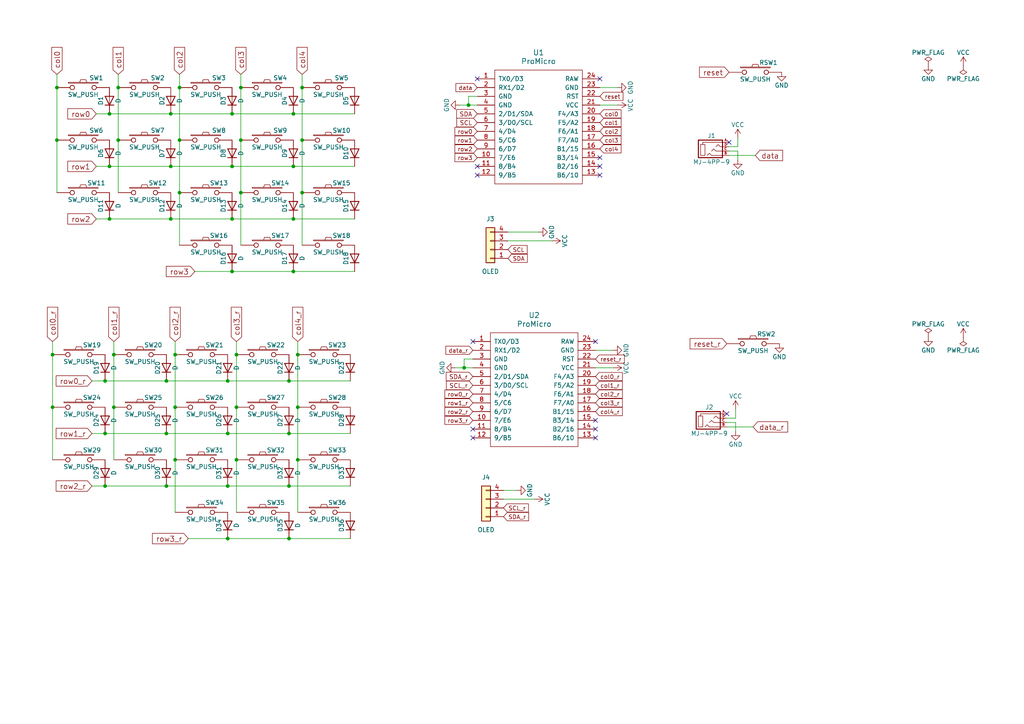
<source format=kicad_sch>
(kicad_sch (version 20230121) (generator eeschema)
  (paper "A4")
  (title_block (title "span") (date "2023-08-12") (rev "9a4fee6") (company "idank"))
  (lib_symbols
    (symbol "Connector_Generic:Conn_01x04" (pin_names (offset 1.016) hide)
      (property "Reference" "J" (at 0 5.08 0))
      (property "Value" "Conn_01x04" (at 0 -7.62 0))
      (symbol "Conn_01x04_1_1"
        (rectangle (start -1.27 -4.953) (end 0 -5.207) (stroke (width 0.1524)))
        (rectangle (start -1.27 -2.413) (end 0 -2.667) (stroke (width 0.1524)))
        (rectangle (start -1.27 0.127) (end 0 -0.127) (stroke (width 0.1524)))
        (rectangle (start -1.27 2.667) (end 0 2.413) (stroke (width 0.1524)))
        (rectangle (start -1.27 3.81) (end 1.27 -6.35) (stroke (width 0.254)) (fill (type background)))
        (pin passive line (at -5.08 2.54 0) (length 3.81) (name "Pin_1") (number "1"))
        (pin passive line (at -5.08 0 0) (length 3.81) (name "Pin_2") (number "2"))
        (pin passive line (at -5.08 -2.54 0) (length 3.81) (name "Pin_3") (number "3"))
        (pin passive line (at -5.08 -5.08 0) (length 3.81) (name "Pin_4") (number "4"))
      )
    )
    (symbol "Device:D" (pin_numbers hide) (pin_names (offset 1.016) hide)
      (property "Reference" "D" (at 0 2.54 0))
      (property "Value" "D" (at 0 -2.54 0))
      (symbol "D_0_1"
        (polyline (pts (xy -1.27 1.27) (xy -1.27 -1.27)) (stroke (width 0.254)))
        (polyline (pts (xy 1.27 0) (xy -1.27 0)))
        (polyline (pts (xy 1.27 1.27) (xy 1.27 -1.27) (xy -1.27 0) (xy 1.27 1.27)) (stroke (width 0.254)))
      )
      (symbol "D_1_1"
        (pin passive line (at -3.81 0 0) (length 2.54) (name "K") (number "1"))
        (pin passive line (at 3.81 0 180) (length 2.54) (name "A") (number "2"))
      )
    )
    (symbol "kbd:MJ-4PP-9" (pin_names (offset 1.016))
      (property "Reference" "J" (at 0 3.81 0))
      (property "Value" "MJ-4PP-9" (at 0 -3.81 0))
      (symbol "MJ-4PP-9_0_1"
        (rectangle (start -1.905 -1.905) (end -3.175 1.27))
        (polyline (pts (xy -2.54 1.27) (xy -2.54 1.905) (xy 3.175 1.905)))
        (polyline (pts (xy -1.27 -1.905) (xy -0.635 -1.27) (xy 0 -1.905) (xy 3.175 -1.905)))
        (polyline (pts (xy 0 -0.635) (xy 0.635 0) (xy 1.27 -0.635) (xy 3.175 -0.635)))
        (polyline (pts (xy 1.27 0.635) (xy 1.905 1.27) (xy 2.54 0.635) (xy 3.175 0.635)))
        (rectangle (start 3.175 2.54) (end -3.81 -2.54) (stroke (width 0.3048)))
      )
      (symbol "MJ-4PP-9_1_1"
        (pin input line (at 5.08 1.905 180) (length 2.0066) (name "~") (number "A"))
        (pin input line (at 5.08 -1.905 180) (length 2.0066) (name "~") (number "B"))
        (pin input line (at 5.08 -0.635 180) (length 2.0066) (name "~") (number "C"))
        (pin input line (at 5.08 0.635 180) (length 2.0066) (name "~") (number "D"))
      )
    )
    (symbol "kbd:ProMicro" (pin_names (offset 1.016))
      (property "Reference" "U" (at 0 19.05 0))
      (property "Value" "ProMicro" (at 0 -19.05 0))
      (symbol "ProMicro_0_1"
        (rectangle (start -12.7 16.51) (end 12.7 -16.51))
      )
      (symbol "ProMicro_1_1"
        (pin bidirectional line (at -17.78 13.97 0) (length 5.08) (name "TX0/D3") (number "1"))
        (pin bidirectional line (at -17.78 -8.89 0) (length 5.08) (name "7/E6") (number "10"))
        (pin bidirectional line (at -17.78 -11.43 0) (length 5.08) (name "8/B4") (number "11"))
        (pin bidirectional line (at -17.78 -13.97 0) (length 5.08) (name "9/B5") (number "12"))
        (pin bidirectional line (at 17.78 -13.97 180) (length 5.08) (name "B6/10") (number "13"))
        (pin bidirectional line (at 17.78 -11.43 180) (length 5.08) (name "B2/16") (number "14"))
        (pin bidirectional line (at 17.78 -8.89 180) (length 5.08) (name "B3/14") (number "15"))
        (pin bidirectional line (at 17.78 -6.35 180) (length 5.08) (name "B1/15") (number "16"))
        (pin bidirectional line (at 17.78 -3.81 180) (length 5.08) (name "F7/A0") (number "17"))
        (pin bidirectional line (at 17.78 -1.27 180) (length 5.08) (name "F6/A1") (number "18"))
        (pin bidirectional line (at 17.78 1.27 180) (length 5.08) (name "F5/A2") (number "19"))
        (pin bidirectional line (at -17.78 11.43 0) (length 5.08) (name "RX1/D2") (number "2"))
        (pin bidirectional line (at 17.78 3.81 180) (length 5.08) (name "F4/A3") (number "20"))
        (pin power_in line (at 17.78 6.35 180) (length 5.08) (name "VCC") (number "21"))
        (pin input line (at 17.78 8.89 180) (length 5.08) (name "RST") (number "22"))
        (pin power_in line (at 17.78 11.43 180) (length 5.08) (name "GND") (number "23"))
        (pin power_out line (at 17.78 13.97 180) (length 5.08) (name "RAW") (number "24"))
        (pin power_in line (at -17.78 8.89 0) (length 5.08) (name "GND") (number "3"))
        (pin power_in line (at -17.78 6.35 0) (length 5.08) (name "GND") (number "4"))
        (pin bidirectional line (at -17.78 3.81 0) (length 5.08) (name "2/D1/SDA") (number "5"))
        (pin bidirectional line (at -17.78 1.27 0) (length 5.08) (name "3/D0/SCL") (number "6"))
        (pin bidirectional line (at -17.78 -1.27 0) (length 5.08) (name "4/D4") (number "7"))
        (pin bidirectional line (at -17.78 -3.81 0) (length 5.08) (name "5/C6") (number "8"))
        (pin bidirectional line (at -17.78 -6.35 0) (length 5.08) (name "6/D7") (number "9"))
      )
    )
    (symbol "kbd:SW_PUSH" (pin_numbers hide) (pin_names (offset 1.016) hide)
      (property "Reference" "SW" (at 3.81 2.794 0))
      (property "Value" "SW_PUSH" (at 0 -2.032 0))
      (symbol "SW_PUSH_0_1"
        (rectangle (start -4.318 1.27) (end 4.318 1.524))
        (polyline (pts (xy -1.016 1.524) (xy -0.762 2.286) (xy 0.762 2.286) (xy 1.016 1.524)))
        (pin passive inverted (at -7.62 0 0) (length 5.08) (name "1") (number "1"))
        (pin passive inverted (at 7.62 0 180) (length 5.08) (name "2") (number "2"))
      )
    )
    (symbol "power:GND" (power) (pin_names (offset 0))
      (property "Value" "GND" (at 0 -3.81 0))
      (symbol "GND_0_1"
        (polyline (pts (xy 0 0) (xy 0 -1.27) (xy 1.27 -1.27) (xy 0 -2.54) (xy -1.27 -1.27) (xy 0 -1.27)))
      )
      (symbol "GND_1_1"
        (pin power_in line (at 0 0 270) (length 0) hide (name "GND") (number "1"))
      )
    )
    (symbol "power:PWR_FLAG" (power) (pin_numbers hide) (pin_names (offset 0) hide)
      (property "Value" "PWR_FLAG" (at 0 3.81 0))
      (symbol "PWR_FLAG_0_0"
        (pin power_out line (at 0 0 90) (length 0) (name "pwr") (number "1"))
      )
      (symbol "PWR_FLAG_0_1"
        (polyline (pts (xy 0 0) (xy 0 1.27) (xy -1.016 1.905) (xy 0 2.54) (xy 1.016 1.905) (xy 0 1.27)))
      )
    )
    (symbol "power:VCC" (power) (pin_names (offset 0))
      (property "Value" "VCC" (at 0 3.81 0))
      (symbol "VCC_0_1"
        (polyline (pts (xy -0.762 1.27) (xy 0 2.54)))
        (polyline (pts (xy 0 0) (xy 0 2.54)))
        (polyline (pts (xy 0 2.54) (xy 0.762 1.27)))
      )
      (symbol "VCC_1_1"
        (pin power_in line (at 0 0 90) (length 0) hide (name "VCC") (number "1"))
      )
    )
  )
  (junction (at 86.36 102.87))
  (junction (at 67.31 78.74))
  (junction (at 49.53 33.02))
  (junction (at 49.53 63.5))
  (junction (at 85.09 78.74))
  (junction (at 15.24 102.87))
  (junction (at 34.29 40.64))
  (junction (at 16.51 40.64))
  (junction (at 16.51 25.4))
  (junction (at 69.85 55.88))
  (junction (at 48.26 125.73))
  (junction (at 15.24 118.11))
  (junction (at 83.82 125.73))
  (junction (at 31.75 48.26))
  (junction (at 50.8 102.87))
  (junction (at 86.36 133.35))
  (junction (at 30.48 140.97))
  (junction (at 50.8 133.35))
  (junction (at 86.36 118.11))
  (junction (at 34.29 25.4))
  (junction (at 48.26 140.97))
  (junction (at 30.48 125.73))
  (junction (at 83.82 156.21))
  (junction (at 52.07 40.64))
  (junction (at 83.82 110.49))
  (junction (at 85.09 33.02))
  (junction (at 87.63 25.4))
  (junction (at 66.04 156.21))
  (junction (at 85.09 63.5))
  (junction (at 33.02 118.11))
  (junction (at 69.85 25.4))
  (junction (at 68.58 133.35))
  (junction (at 67.31 63.5))
  (junction (at 83.82 140.97))
  (junction (at 85.09 48.26))
  (junction (at 67.31 48.26))
  (junction (at 31.75 33.02))
  (junction (at 134.62 106.68))
  (junction (at 69.85 40.64))
  (junction (at 66.04 125.73))
  (junction (at 68.58 118.11))
  (junction (at 52.07 55.88))
  (junction (at 66.04 140.97))
  (junction (at 68.58 102.87))
  (junction (at 30.48 110.49))
  (junction (at 52.07 25.4))
  (junction (at 50.8 118.11))
  (junction (at 48.26 110.49))
  (junction (at 87.63 55.88))
  (junction (at 66.04 110.49))
  (junction (at 31.75 63.5))
  (junction (at 67.31 33.02))
  (junction (at 135.89 30.48))
  (junction (at 87.63 40.64))
  (junction (at 49.53 48.26))
  (junction (at 33.02 102.87))
  (no_connect (at 172.72 121.92))
  (no_connect (at 137.16 127))
  (no_connect (at 137.16 99.06))
  (no_connect (at 173.99 45.72))
  (no_connect (at 172.72 127))
  (no_connect (at 138.43 22.86))
  (no_connect (at 211.455 41.275))
  (no_connect (at 138.43 50.8))
  (no_connect (at 172.72 99.06))
  (no_connect (at 172.72 124.46))
  (no_connect (at 173.99 48.26))
  (no_connect (at 210.82 120.015))
  (no_connect (at 137.16 124.46))
  (no_connect (at 173.99 50.8))
  (no_connect (at 138.43 48.26))
  (no_connect (at 173.99 22.86))
  (wire (pts (xy 86.36 133.35) (xy 86.36 148.59)))
  (wire (pts (xy 146.05 144.78) (xy 154.94 144.78)))
  (wire (pts (xy 50.8 133.35) (xy 50.8 148.59)))
  (wire (pts (xy 87.63 40.64) (xy 87.63 55.88)))
  (wire (pts (xy 16.51 21.59) (xy 16.51 25.4)))
  (wire (pts (xy 83.82 125.73) (xy 101.6 125.73)))
  (wire (pts (xy 27.94 63.5) (xy 31.75 63.5)))
  (wire (pts (xy 173.99 30.48) (xy 179.07 30.48)))
  (wire (pts (xy 66.04 156.21) (xy 83.82 156.21)))
  (wire (pts (xy 68.58 99.06) (xy 68.58 102.87)))
  (wire (pts (xy 67.31 33.02) (xy 85.09 33.02)))
  (wire (pts (xy 69.85 25.4) (xy 69.85 40.64)))
  (wire (pts (xy 85.09 63.5) (xy 102.87 63.5)))
  (wire (pts (xy 133.35 30.48) (xy 135.89 30.48)))
  (wire (pts (xy 48.26 140.97) (xy 66.04 140.97)))
  (wire (pts (xy 135.89 27.94) (xy 135.89 30.48)))
  (wire (pts (xy 34.29 25.4) (xy 34.29 40.64)))
  (wire (pts (xy 213.36 121.285) (xy 213.36 118.745)))
  (wire (pts (xy 172.72 106.68) (xy 177.8 106.68)))
  (wire (pts (xy 213.36 122.555) (xy 213.36 125.095)))
  (wire (pts (xy 67.31 48.26) (xy 85.09 48.26)))
  (wire (pts (xy 69.85 55.88) (xy 69.85 71.12)))
  (wire (pts (xy 49.53 63.5) (xy 67.31 63.5)))
  (wire (pts (xy 87.63 21.59) (xy 87.63 25.4)))
  (wire (pts (xy 132.08 106.68) (xy 134.62 106.68)))
  (wire (pts (xy 52.07 21.59) (xy 52.07 25.4)))
  (wire (pts (xy 156.21 67.31) (xy 147.32 67.31)))
  (wire (pts (xy 86.36 118.11) (xy 86.36 133.35)))
  (wire (pts (xy 56.515 78.74) (xy 67.31 78.74)))
  (wire (pts (xy 86.36 102.87) (xy 86.36 118.11)))
  (wire (pts (xy 30.48 125.73) (xy 48.26 125.73)))
  (wire (pts (xy 26.67 140.97) (xy 30.48 140.97)))
  (wire (pts (xy 135.89 30.48) (xy 138.43 30.48)))
  (wire (pts (xy 134.62 106.68) (xy 137.16 106.68)))
  (wire (pts (xy 31.75 33.02) (xy 49.53 33.02)))
  (wire (pts (xy 16.51 40.64) (xy 16.51 55.88)))
  (wire (pts (xy 85.09 33.02) (xy 102.87 33.02)))
  (wire (pts (xy 149.86 142.24) (xy 146.05 142.24)))
  (wire (pts (xy 210.82 121.285) (xy 213.36 121.285)))
  (wire (pts (xy 31.75 63.5) (xy 49.53 63.5)))
  (wire (pts (xy 48.26 110.49) (xy 66.04 110.49)))
  (wire (pts (xy 66.04 110.49) (xy 83.82 110.49)))
  (wire (pts (xy 27.94 33.02) (xy 31.75 33.02)))
  (wire (pts (xy 66.04 125.73) (xy 83.82 125.73)))
  (wire (pts (xy 68.58 118.11) (xy 68.58 133.35)))
  (wire (pts (xy 213.995 43.815) (xy 213.995 46.355)))
  (wire (pts (xy 138.43 27.94) (xy 135.89 27.94)))
  (wire (pts (xy 83.82 110.49) (xy 101.6 110.49)))
  (wire (pts (xy 26.67 125.73) (xy 30.48 125.73)))
  (wire (pts (xy 210.82 122.555) (xy 213.36 122.555)))
  (wire (pts (xy 50.8 118.11) (xy 50.8 133.35)))
  (wire (pts (xy 66.04 140.97) (xy 83.82 140.97)))
  (wire (pts (xy 211.455 45.085) (xy 219.075 45.085)))
  (wire (pts (xy 27.94 48.26) (xy 31.75 48.26)))
  (wire (pts (xy 147.32 69.85) (xy 160.02 69.85)))
  (wire (pts (xy 52.07 55.88) (xy 52.07 71.12)))
  (wire (pts (xy 50.8 99.06) (xy 50.8 102.87)))
  (wire (pts (xy 15.24 118.11) (xy 15.24 133.35)))
  (wire (pts (xy 172.72 101.6) (xy 177.8 101.6)))
  (wire (pts (xy 68.58 102.87) (xy 68.58 118.11)))
  (wire (pts (xy 34.29 21.59) (xy 34.29 25.4)))
  (wire (pts (xy 34.29 40.64) (xy 34.29 55.88)))
  (wire (pts (xy 48.26 125.73) (xy 66.04 125.73)))
  (wire (pts (xy 54.61 156.21) (xy 66.04 156.21)))
  (wire (pts (xy 213.995 42.545) (xy 213.995 40.005)))
  (wire (pts (xy 33.02 99.06) (xy 33.02 102.87)))
  (wire (pts (xy 87.63 55.88) (xy 87.63 71.12)))
  (wire (pts (xy 16.51 25.4) (xy 16.51 40.64)))
  (wire (pts (xy 15.24 102.87) (xy 15.24 118.11)))
  (wire (pts (xy 15.24 99.06) (xy 15.24 102.87)))
  (wire (pts (xy 85.09 48.26) (xy 102.87 48.26)))
  (wire (pts (xy 83.82 140.97) (xy 101.6 140.97)))
  (wire (pts (xy 211.455 43.815) (xy 213.995 43.815)))
  (wire (pts (xy 33.02 118.11) (xy 33.02 133.35)))
  (wire (pts (xy 67.31 78.74) (xy 85.09 78.74)))
  (wire (pts (xy 33.02 102.87) (xy 33.02 118.11)))
  (wire (pts (xy 30.48 140.97) (xy 48.26 140.97)))
  (wire (pts (xy 50.8 102.87) (xy 50.8 118.11)))
  (wire (pts (xy 52.07 25.4) (xy 52.07 40.64)))
  (wire (pts (xy 83.82 156.21) (xy 101.6 156.21)))
  (wire (pts (xy 67.31 63.5) (xy 85.09 63.5)))
  (wire (pts (xy 85.09 78.74) (xy 102.87 78.74)))
  (wire (pts (xy 68.58 133.35) (xy 68.58 148.59)))
  (wire (pts (xy 87.63 25.4) (xy 87.63 40.64)))
  (wire (pts (xy 26.67 110.49) (xy 30.48 110.49)))
  (wire (pts (xy 69.85 40.64) (xy 69.85 55.88)))
  (wire (pts (xy 49.53 33.02) (xy 67.31 33.02)))
  (wire (pts (xy 49.53 48.26) (xy 67.31 48.26)))
  (wire (pts (xy 86.36 99.06) (xy 86.36 102.87)))
  (wire (pts (xy 137.16 104.14) (xy 134.62 104.14)))
  (wire (pts (xy 52.07 40.64) (xy 52.07 55.88)))
  (wire (pts (xy 69.85 21.59) (xy 69.85 25.4)))
  (wire (pts (xy 211.455 42.545) (xy 213.995 42.545)))
  (wire (pts (xy 210.82 123.825) (xy 218.44 123.825)))
  (wire (pts (xy 173.99 25.4) (xy 179.07 25.4)))
  (wire (pts (xy 30.48 110.49) (xy 48.26 110.49)))
  (wire (pts (xy 134.62 104.14) (xy 134.62 106.68)))
  (wire (pts (xy 31.75 48.26) (xy 49.53 48.26)))
  (global_label "row2" (shape input) (at 27.94 63.5 180) (effects (font (size 1.524 1.524))) (property "Intersheetrefs" "${INTERSHEET_REFS}" (effects hide)))
  (global_label "row2" (shape input) (at 138.43 43.18 180) (effects (font (size 1.1938 1.1938))) (property "Intersheetrefs" "${INTERSHEET_REFS}" (effects hide)))
  (global_label "col4" (shape input) (at 173.99 43.18 0) (effects (font (size 1.1938 1.1938))) (property "Intersheetrefs" "${INTERSHEET_REFS}" (effects hide)))
  (global_label "row2_r" (shape input) (at 137.16 119.38 180) (effects (font (size 1.1938 1.1938))) (property "Intersheetrefs" "${INTERSHEET_REFS}" (effects hide)))
  (global_label "SDA" (shape input) (at 138.43 33.02 180) (property "Intersheetrefs" "${INTERSHEET_REFS}" (effects hide)))
  (global_label "row2_r" (shape input) (at 26.67 140.97 180) (effects (font (size 1.524 1.524))) (property "Intersheetrefs" "${INTERSHEET_REFS}" (effects hide)))
  (global_label "row1_r" (shape input) (at 137.16 116.84 180) (effects (font (size 1.1938 1.1938))) (property "Intersheetrefs" "${INTERSHEET_REFS}" (effects hide)))
  (global_label "SCL_r" (shape input) (at 146.05 147.32 0) (effects (font (size 1.1938 1.1938))) (property "Intersheetrefs" "${INTERSHEET_REFS}" (effects hide)))
  (global_label "row3_r" (shape input) (at 137.16 121.92 180) (effects (font (size 1.1938 1.1938))) (property "Intersheetrefs" "${INTERSHEET_REFS}" (effects hide)))
  (global_label "data_r" (shape input) (at 137.16 101.6 180) (effects (font (size 1.1938 1.1938))) (property "Intersheetrefs" "${INTERSHEET_REFS}" (effects hide)))
  (global_label "SCL" (shape input) (at 138.43 35.56 180) (property "Intersheetrefs" "${INTERSHEET_REFS}" (effects hide)))
  (global_label "col4_r" (shape input) (at 172.72 119.38 0) (effects (font (size 1.1938 1.1938))) (property "Intersheetrefs" "${INTERSHEET_REFS}" (effects hide)))
  (global_label "SCL" (shape input) (at 147.32 72.39 0) (effects (font (size 1.1938 1.1938))) (property "Intersheetrefs" "${INTERSHEET_REFS}" (effects hide)))
  (global_label "col1" (shape input) (at 34.29 21.59 90) (effects (font (size 1.524 1.524))) (property "Intersheetrefs" "${INTERSHEET_REFS}" (effects hide)))
  (global_label "SDA_r" (shape input) (at 146.05 149.86 0) (effects (font (size 1.1938 1.1938))) (property "Intersheetrefs" "${INTERSHEET_REFS}" (effects hide)))
  (global_label "data_r" (shape input) (at 218.44 123.825 0) (effects (font (size 1.524 1.524))) (property "Intersheetrefs" "${INTERSHEET_REFS}" (effects hide)))
  (global_label "data" (shape input) (at 219.075 45.085 0) (effects (font (size 1.524 1.524))) (property "Intersheetrefs" "${INTERSHEET_REFS}" (effects hide)))
  (global_label "col3" (shape input) (at 173.99 40.64 0) (effects (font (size 1.1938 1.1938))) (property "Intersheetrefs" "${INTERSHEET_REFS}" (effects hide)))
  (global_label "reset_r" (shape input) (at 172.72 104.14 0) (effects (font (size 1.1938 1.1938))) (property "Intersheetrefs" "${INTERSHEET_REFS}" (effects hide)))
  (global_label "reset_r" (shape input) (at 210.82 99.695 180) (effects (font (size 1.524 1.524))) (property "Intersheetrefs" "${INTERSHEET_REFS}" (effects hide)))
  (global_label "col0_r" (shape input) (at 15.24 99.06 90) (effects (font (size 1.524 1.524))) (property "Intersheetrefs" "${INTERSHEET_REFS}" (effects hide)))
  (global_label "SDA" (shape input) (at 147.32 74.93 0) (effects (font (size 1.1938 1.1938))) (property "Intersheetrefs" "${INTERSHEET_REFS}" (effects hide)))
  (global_label "col0_r" (shape input) (at 172.72 109.22 0) (effects (font (size 1.1938 1.1938))) (property "Intersheetrefs" "${INTERSHEET_REFS}" (effects hide)))
  (global_label "row3" (shape input) (at 138.43 45.72 180) (effects (font (size 1.1938 1.1938))) (property "Intersheetrefs" "${INTERSHEET_REFS}" (effects hide)))
  (global_label "row3" (shape input) (at 56.515 78.74 180) (effects (font (size 1.524 1.524))) (property "Intersheetrefs" "${INTERSHEET_REFS}" (effects hide)))
  (global_label "col3_r" (shape input) (at 68.58 99.06 90) (effects (font (size 1.524 1.524))) (property "Intersheetrefs" "${INTERSHEET_REFS}" (effects hide)))
  (global_label "SCL_r" (shape input) (at 137.16 111.76 180) (property "Intersheetrefs" "${INTERSHEET_REFS}" (effects hide)))
  (global_label "col1_r" (shape input) (at 33.02 99.06 90) (effects (font (size 1.524 1.524))) (property "Intersheetrefs" "${INTERSHEET_REFS}" (effects hide)))
  (global_label "col4_r" (shape input) (at 86.36 99.06 90) (effects (font (size 1.524 1.524))) (property "Intersheetrefs" "${INTERSHEET_REFS}" (effects hide)))
  (global_label "col0" (shape input) (at 16.51 21.59 90) (effects (font (size 1.524 1.524))) (property "Intersheetrefs" "${INTERSHEET_REFS}" (effects hide)))
  (global_label "row1" (shape input) (at 27.94 48.26 180) (effects (font (size 1.524 1.524))) (property "Intersheetrefs" "${INTERSHEET_REFS}" (effects hide)))
  (global_label "reset" (shape input) (at 211.455 20.955 180) (effects (font (size 1.524 1.524))) (property "Intersheetrefs" "${INTERSHEET_REFS}" (effects hide)))
  (global_label "row1_r" (shape input) (at 26.67 125.73 180) (effects (font (size 1.524 1.524))) (property "Intersheetrefs" "${INTERSHEET_REFS}" (effects hide)))
  (global_label "col0" (shape input) (at 173.99 33.02 0) (effects (font (size 1.1938 1.1938))) (property "Intersheetrefs" "${INTERSHEET_REFS}" (effects hide)))
  (global_label "col2_r" (shape input) (at 50.8 99.06 90) (effects (font (size 1.524 1.524))) (property "Intersheetrefs" "${INTERSHEET_REFS}" (effects hide)))
  (global_label "col4" (shape input) (at 87.63 21.59 90) (effects (font (size 1.524 1.524))) (property "Intersheetrefs" "${INTERSHEET_REFS}" (effects hide)))
  (global_label "col2" (shape input) (at 173.99 38.1 0) (effects (font (size 1.1938 1.1938))) (property "Intersheetrefs" "${INTERSHEET_REFS}" (effects hide)))
  (global_label "col2_r" (shape input) (at 172.72 114.3 0) (effects (font (size 1.1938 1.1938))) (property "Intersheetrefs" "${INTERSHEET_REFS}" (effects hide)))
  (global_label "row0" (shape input) (at 138.43 38.1 180) (effects (font (size 1.1938 1.1938))) (property "Intersheetrefs" "${INTERSHEET_REFS}" (effects hide)))
  (global_label "row3_r" (shape input) (at 54.61 156.21 180) (effects (font (size 1.524 1.524))) (property "Intersheetrefs" "${INTERSHEET_REFS}" (effects hide)))
  (global_label "col1_r" (shape input) (at 172.72 111.76 0) (effects (font (size 1.1938 1.1938))) (property "Intersheetrefs" "${INTERSHEET_REFS}" (effects hide)))
  (global_label "reset" (shape input) (at 173.99 27.94 0) (effects (font (size 1.1938 1.1938))) (property "Intersheetrefs" "${INTERSHEET_REFS}" (effects hide)))
  (global_label "row0" (shape input) (at 27.94 33.02 180) (effects (font (size 1.524 1.524))) (property "Intersheetrefs" "${INTERSHEET_REFS}" (effects hide)))
  (global_label "data" (shape input) (at 138.43 25.4 180) (effects (font (size 1.1938 1.1938))) (property "Intersheetrefs" "${INTERSHEET_REFS}" (effects hide)))
  (global_label "row1" (shape input) (at 138.43 40.64 180) (effects (font (size 1.1938 1.1938))) (property "Intersheetrefs" "${INTERSHEET_REFS}" (effects hide)))
  (global_label "col1" (shape input) (at 173.99 35.56 0) (effects (font (size 1.1938 1.1938))) (property "Intersheetrefs" "${INTERSHEET_REFS}" (effects hide)))
  (global_label "col2" (shape input) (at 52.07 21.59 90) (effects (font (size 1.524 1.524))) (property "Intersheetrefs" "${INTERSHEET_REFS}" (effects hide)))
  (global_label "row0_r" (shape input) (at 137.16 114.3 180) (effects (font (size 1.1938 1.1938))) (property "Intersheetrefs" "${INTERSHEET_REFS}" (effects hide)))
  (global_label "SDA_r" (shape input) (at 137.16 109.22 180) (property "Intersheetrefs" "${INTERSHEET_REFS}" (effects hide)))
  (global_label "col3_r" (shape input) (at 172.72 116.84 0) (effects (font (size 1.1938 1.1938))) (property "Intersheetrefs" "${INTERSHEET_REFS}" (effects hide)))
  (global_label "col3" (shape input) (at 69.85 21.59 90) (effects (font (size 1.524 1.524))) (property "Intersheetrefs" "${INTERSHEET_REFS}" (effects hide)))
  (global_label "row0_r" (shape input) (at 26.67 110.49 180) (effects (font (size 1.524 1.524))) (property "Intersheetrefs" "${INTERSHEET_REFS}" (effects hide)))
  (symbol (lib_id "kbd:SW_PUSH") (at 41.91 25.4 0) (unit 1)
    (property "Reference" "SW2" (at 45.72 22.606 0))
    (property "Value" "SW_PUSH" (at 41.91 27.432 0))
    (property "Footprint" "keyswitches:Kailh_socket_PG1350_optional_oval_smaller_hotswap" (effects hide))
  )
  (symbol (lib_id "Device:D") (at 49.53 29.21 90) (unit 1)
    (property "Reference" "D2" (at 46.99 29.21 0))
    (property "Value" "D" (at 52.07 29.21 0))
    (property "Footprint" "kbd:D3_SMD_v2" (effects hide))
  )
  (symbol (lib_id "kbd:SW_PUSH") (at 59.69 25.4 0) (unit 1)
    (property "Reference" "SW3" (at 63.5 22.606 0))
    (property "Value" "SW_PUSH" (at 59.69 27.432 0))
    (property "Footprint" "keyswitches:Kailh_socket_PG1350_optional_oval_smaller_hotswap" (effects hide))
  )
  (symbol (lib_id "Device:D") (at 67.31 29.21 90) (unit 1)
    (property "Reference" "D3" (at 64.77 29.21 0))
    (property "Value" "D" (at 69.85 29.21 0))
    (property "Footprint" "kbd:D3_SMD_v2" (effects hide))
  )
  (symbol (lib_id "kbd:SW_PUSH") (at 77.47 25.4 0) (unit 1)
    (property "Reference" "SW4" (at 81.28 22.606 0))
    (property "Value" "SW_PUSH" (at 77.47 27.432 0))
    (property "Footprint" "keyswitches:Kailh_socket_PG1350_optional_oval_smaller_hotswap" (effects hide))
  )
  (symbol (lib_id "kbd:SW_PUSH") (at 95.25 25.4 0) (unit 1)
    (property "Reference" "SW5" (at 99.06 22.606 0))
    (property "Value" "SW_PUSH" (at 95.25 27.432 0))
    (property "Footprint" "keyswitches:Kailh_socket_PG1350_optional_oval_smaller_hotswap" (effects hide))
  )
  (symbol (lib_id "Device:D") (at 85.09 29.21 90) (unit 1)
    (property "Reference" "D4" (at 82.55 29.21 0))
    (property "Value" "D" (at 87.63 29.21 0))
    (property "Footprint" "kbd:D3_SMD_v2" (effects hide))
  )
  (symbol (lib_id "Device:D") (at 102.87 29.21 90) (unit 1)
    (property "Reference" "D5" (at 100.33 29.21 0))
    (property "Value" "D" (effects hide))
    (property "Footprint" "kbd:D3_SMD_v2" (effects hide))
  )
  (symbol (lib_id "kbd:SW_PUSH") (at 24.13 25.4 0) (unit 1)
    (property "Reference" "SW1" (at 27.94 22.606 0))
    (property "Value" "SW_PUSH" (at 24.13 27.432 0))
    (property "Footprint" "keyswitches:Kailh_socket_PG1350_optional_oval_smaller_hotswap" (effects hide))
  )
  (symbol (lib_id "Device:D") (at 31.75 29.21 90) (unit 1)
    (property "Reference" "D1" (at 29.21 29.21 0))
    (property "Value" "D" (at 34.29 29.21 0))
    (property "Footprint" "kbd:D3_SMD_v2" (effects hide))
  )
  (symbol (lib_id "kbd:SW_PUSH") (at 41.91 40.64 0) (unit 1)
    (property "Reference" "SW7" (at 45.72 37.846 0))
    (property "Value" "SW_PUSH" (at 41.91 42.672 0))
    (property "Footprint" "keyswitches:Kailh_socket_PG1350_optional_oval_smaller_hotswap" (effects hide))
  )
  (symbol (lib_id "Device:D") (at 49.53 44.45 90) (unit 1)
    (property "Reference" "D7" (at 46.99 44.45 0))
    (property "Value" "D" (at 52.07 44.45 0))
    (property "Footprint" "kbd:D3_SMD_v2" (effects hide))
  )
  (symbol (lib_id "kbd:SW_PUSH") (at 59.69 40.64 0) (unit 1)
    (property "Reference" "SW8" (at 63.5 37.846 0))
    (property "Value" "SW_PUSH" (at 59.69 42.672 0))
    (property "Footprint" "keyswitches:Kailh_socket_PG1350_optional_oval_smaller_hotswap" (effects hide))
  )
  (symbol (lib_id "Device:D") (at 67.31 44.45 90) (unit 1)
    (property "Reference" "D8" (at 64.77 44.45 0))
    (property "Value" "D" (at 69.85 44.45 0))
    (property "Footprint" "kbd:D3_SMD_v2" (effects hide))
  )
  (symbol (lib_id "kbd:SW_PUSH") (at 77.47 40.64 0) (unit 1)
    (property "Reference" "SW9" (at 81.28 37.846 0))
    (property "Value" "SW_PUSH" (at 77.47 42.672 0))
    (property "Footprint" "keyswitches:Kailh_socket_PG1350_optional_oval_smaller_hotswap" (effects hide))
  )
  (symbol (lib_id "kbd:SW_PUSH") (at 95.25 40.64 0) (unit 1)
    (property "Reference" "SW10" (at 99.06 37.846 0))
    (property "Value" "SW_PUSH" (at 95.25 42.672 0))
    (property "Footprint" "keyswitches:Kailh_socket_PG1350_optional_oval_smaller_hotswap" (effects hide))
  )
  (symbol (lib_id "Device:D") (at 85.09 44.45 90) (unit 1)
    (property "Reference" "D9" (at 82.55 44.45 0))
    (property "Value" "D" (at 87.63 44.45 0))
    (property "Footprint" "kbd:D3_SMD_v2" (effects hide))
  )
  (symbol (lib_id "Device:D") (at 102.87 44.45 90) (unit 1)
    (property "Reference" "D10" (at 100.33 44.45 0))
    (property "Value" "D" (effects hide))
    (property "Footprint" "kbd:D3_SMD_v2" (effects hide))
  )
  (symbol (lib_id "kbd:SW_PUSH") (at 24.13 40.64 0) (unit 1)
    (property "Reference" "SW6" (at 27.94 37.846 0))
    (property "Value" "SW_PUSH" (at 24.13 42.672 0))
    (property "Footprint" "keyswitches:Kailh_socket_PG1350_optional_oval_smaller_hotswap" (effects hide))
  )
  (symbol (lib_id "Device:D") (at 31.75 44.45 90) (unit 1)
    (property "Reference" "D6" (at 29.21 44.45 0))
    (property "Value" "D" (at 34.29 44.45 0))
    (property "Footprint" "kbd:D3_SMD_v2" (effects hide))
  )
  (symbol (lib_id "kbd:SW_PUSH") (at 41.91 55.88 0) (unit 1)
    (property "Reference" "SW12" (at 45.72 53.086 0))
    (property "Value" "SW_PUSH" (at 41.91 57.912 0))
    (property "Footprint" "keyswitches:Kailh_socket_PG1350_optional_oval_smaller_hotswap" (effects hide))
  )
  (symbol (lib_id "Device:D") (at 49.53 59.69 90) (unit 1)
    (property "Reference" "D12" (at 46.99 59.69 0))
    (property "Value" "D" (at 52.07 59.69 0))
    (property "Footprint" "kbd:D3_SMD_v2" (effects hide))
  )
  (symbol (lib_id "kbd:SW_PUSH") (at 59.69 55.88 0) (unit 1)
    (property "Reference" "SW13" (at 63.5 53.086 0))
    (property "Value" "SW_PUSH" (at 59.69 57.912 0))
    (property "Footprint" "keyswitches:Kailh_socket_PG1350_optional_oval_smaller_hotswap" (effects hide))
  )
  (symbol (lib_id "Device:D") (at 67.31 59.69 90) (unit 1)
    (property "Reference" "D13" (at 64.77 59.69 0))
    (property "Value" "D" (at 69.85 59.69 0))
    (property "Footprint" "kbd:D3_SMD_v2" (effects hide))
  )
  (symbol (lib_id "kbd:SW_PUSH") (at 77.47 55.88 0) (unit 1)
    (property "Reference" "SW14" (at 81.28 53.086 0))
    (property "Value" "SW_PUSH" (at 77.47 57.912 0))
    (property "Footprint" "keyswitches:Kailh_socket_PG1350_optional_oval_smaller_hotswap" (effects hide))
  )
  (symbol (lib_id "kbd:SW_PUSH") (at 95.25 55.88 0) (unit 1)
    (property "Reference" "SW15" (at 99.06 53.086 0))
    (property "Value" "SW_PUSH" (at 95.25 57.912 0))
    (property "Footprint" "keyswitches:Kailh_socket_PG1350_optional_oval_smaller_hotswap" (effects hide))
  )
  (symbol (lib_id "Device:D") (at 85.09 59.69 90) (unit 1)
    (property "Reference" "D14" (at 82.55 59.69 0))
    (property "Value" "D" (at 87.63 59.69 0))
    (property "Footprint" "kbd:D3_SMD_v2" (effects hide))
  )
  (symbol (lib_id "Device:D") (at 102.87 59.69 90) (unit 1)
    (property "Reference" "D15" (at 100.33 59.69 0))
    (property "Value" "D" (effects hide))
    (property "Footprint" "kbd:D3_SMD_v2" (effects hide))
  )
  (symbol (lib_id "kbd:SW_PUSH") (at 24.13 55.88 0) (unit 1)
    (property "Reference" "SW11" (at 27.94 53.086 0))
    (property "Value" "SW_PUSH" (at 24.13 57.912 0))
    (property "Footprint" "keyswitches:Kailh_socket_PG1350_optional_oval_smaller_hotswap" (effects hide))
  )
  (symbol (lib_id "Device:D") (at 31.75 59.69 90) (unit 1)
    (property "Reference" "D11" (at 29.21 59.69 0))
    (property "Value" "D" (at 34.29 59.69 0))
    (property "Footprint" "kbd:D3_SMD_v2" (effects hide))
  )
  (symbol (lib_id "kbd:SW_PUSH") (at 95.25 71.12 0) (unit 1)
    (property "Reference" "SW18" (at 99.06 68.326 0))
    (property "Value" "SW_PUSH" (at 95.25 73.152 0))
    (property "Footprint" "keyswitches:Kailh_socket_PG1350_2u_optional_oval" (effects hide))
  )
  (symbol (lib_id "Device:D") (at 102.87 74.93 90) (unit 1)
    (property "Reference" "D18" (at 100.33 74.93 0))
    (property "Value" "D" (effects hide))
    (property "Footprint" "kbd:D3_SMD_v2" (effects hide))
  )
  (symbol (lib_id "kbd:SW_PUSH") (at 77.47 71.12 0) (unit 1)
    (property "Reference" "SW17" (at 81.28 68.326 0))
    (property "Value" "SW_PUSH" (at 77.47 73.152 0))
    (property "Footprint" "keyswitches:Kailh_socket_PG1350_optional_oval_smaller_hotswap" (effects hide))
  )
  (symbol (lib_id "Device:D") (at 85.09 74.93 90) (unit 1)
    (property "Reference" "D17" (at 82.55 74.93 0))
    (property "Value" "D" (at 87.63 74.93 0))
    (property "Footprint" "kbd:D3_SMD_v2" (effects hide))
  )
  (symbol (lib_id "power:GND") (at 179.07 25.4 90) (unit 1)
    (property "Reference" "#PWR03" (effects hide))
    (property "Value" "GND" (at 182.88 25.4 0))
  )
  (symbol (lib_id "power:VCC") (at 179.07 30.48 270) (unit 1)
    (property "Reference" "#PWR05" (effects hide))
    (property "Value" "VCC" (at 182.88 30.48 0))
  )
  (symbol (lib_id "power:GND") (at 133.35 30.48 270) (unit 1)
    (property "Reference" "#PWR04" (effects hide))
    (property "Value" "GND" (at 129.54 30.48 0))
  )
  (symbol (lib_id "power:GND") (at 269.24 19.05 0) (unit 1)
    (property "Reference" "#PWR01" (effects hide))
    (property "Value" "GND" (at 269.24 22.86 0))
  )
  (symbol (lib_id "power:VCC") (at 279.4 19.05 0) (unit 1)
    (property "Reference" "#PWR02" (effects hide))
    (property "Value" "VCC" (at 279.4 15.24 0))
  )
  (symbol (lib_id "power:PWR_FLAG") (at 279.4 19.05 180) (unit 1)
    (property "Reference" "#FLG02" (effects hide))
    (property "Value" "PWR_FLAG" (at 279.4 22.86 0))
  )
  (symbol (lib_id "power:PWR_FLAG") (at 269.24 19.05 0) (unit 1)
    (property "Reference" "#FLG01" (effects hide))
    (property "Value" "PWR_FLAG" (at 269.24 15.24 0))
  )
  (symbol (lib_id "kbd:SW_PUSH") (at 219.075 20.955 0) (unit 1)
    (property "Reference" "RSW1" (at 222.885 18.161 0))
    (property "Value" "SW_PUSH" (at 219.075 22.987 0))
    (property "Footprint" "holykeebs:RSW_2PIN_SMD" (effects hide))
  )
  (symbol (lib_id "power:GND") (at 226.695 20.955 0) (unit 1)
    (property "Reference" "#PWR07" (effects hide))
    (property "Value" "GND" (at 226.695 24.765 0))
  )
  (symbol (lib_id "power:VCC") (at 213.995 40.005 0) (unit 1)
    (property "Reference" "#PWR06" (effects hide))
    (property "Value" "VCC" (at 213.995 36.195 0))
  )
  (symbol (lib_id "power:GND") (at 213.995 46.355 0) (unit 1)
    (property "Reference" "#PWR08" (effects hide))
    (property "Value" "GND" (at 213.995 50.165 0))
  )
  (symbol (lib_id "kbd:MJ-4PP-9") (at 206.375 43.18 0) (unit 1)
    (property "Reference" "J1" (at 206.375 39.37 0))
    (property "Value" "MJ-4PP-9" (at 206.375 46.99 0))
    (property "Footprint" "kbd:MJ-4PP-9_1side" (effects hide))
  )
  (symbol (lib_id "kbd:SW_PUSH") (at 76.2 148.59 0) (unit 1)
    (property "Reference" "SW35" (at 80.01 145.796 0))
    (property "Value" "SW_PUSH" (at 76.2 150.622 0))
    (property "Footprint" "keyswitches:Kailh_socket_PG1350_optional_oval_smaller_hotswap" (effects hide))
  )
  (symbol (lib_id "kbd:SW_PUSH") (at 76.2 133.35 0) (unit 1)
    (property "Reference" "SW32" (at 80.01 130.556 0))
    (property "Value" "SW_PUSH" (at 76.2 135.382 0))
    (property "Footprint" "keyswitches:Kailh_socket_PG1350_optional_oval_smaller_hotswap" (effects hide))
  )
  (symbol (lib_id "Device:D") (at 101.6 137.16 90) (unit 1)
    (property "Reference" "D33" (at 99.06 137.16 0))
    (property "Value" "D" (effects hide))
    (property "Footprint" "kbd:D3_SMD_v2" (effects hide))
  )
  (symbol (lib_id "power:VCC") (at 213.36 118.745 0) (unit 1)
    (property "Reference" "#PWR012" (effects hide))
    (property "Value" "VCCr" (at 213.36 114.935 0))
  )
  (symbol (lib_id "kbd:SW_PUSH") (at 58.42 102.87 0) (unit 1)
    (property "Reference" "SW21" (at 62.23 100.076 0))
    (property "Value" "SW_PUSH" (at 58.42 104.902 0))
    (property "Footprint" "keyswitches:Kailh_socket_PG1350_optional_oval_smaller_hotswap" (effects hide))
  )
  (symbol (lib_id "Connector_Generic:Conn_01x04") (at 142.24 72.39 180) (unit 1)
    (property "Reference" "J3" (at 142.24 63.5 0))
    (property "Value" "OLED" (at 142.24 78.74 0))
    (property "Footprint" "kbd:OLED_1side" (effects hide))
  )
  (symbol (lib_id "Device:D") (at 101.6 106.68 90) (unit 1)
    (property "Reference" "D23" (at 99.06 106.68 0))
    (property "Value" "D" (effects hide))
    (property "Footprint" "kbd:D3_SMD_v2" (effects hide))
  )
  (symbol (lib_id "Device:D") (at 83.82 137.16 90) (unit 1)
    (property "Reference" "D32" (at 81.28 137.16 0))
    (property "Value" "D" (at 86.36 137.16 0))
    (property "Footprint" "kbd:D3_SMD_v2" (effects hide))
  )
  (symbol (lib_id "kbd:SW_PUSH") (at 58.42 118.11 0) (unit 1)
    (property "Reference" "SW26" (at 62.23 115.316 0))
    (property "Value" "SW_PUSH" (at 58.42 120.142 0))
    (property "Footprint" "keyswitches:Kailh_socket_PG1350_optional_oval_smaller_hotswap" (effects hide))
  )
  (symbol (lib_id "kbd:SW_PUSH") (at 76.2 118.11 0) (unit 1)
    (property "Reference" "SW27" (at 80.01 115.316 0))
    (property "Value" "SW_PUSH" (at 76.2 120.142 0))
    (property "Footprint" "keyswitches:Kailh_socket_PG1350_optional_oval_smaller_hotswap" (effects hide))
  )
  (symbol (lib_id "power:GND") (at 156.21 67.31 90) (unit 1)
    (property "Reference" "#PWR017" (effects hide))
    (property "Value" "GND" (at 160.02 67.31 0))
  )
  (symbol (lib_id "power:PWR_FLAG") (at 279.4 97.79 180) (unit 1)
    (property "Reference" "#FLG04" (effects hide))
    (property "Value" "PWR_FLAG" (at 279.4 101.6 0))
  )
  (symbol (lib_id "Device:D") (at 67.31 74.93 90) (unit 1)
    (property "Reference" "D16" (at 64.77 74.93 0))
    (property "Value" "D" (at 69.85 74.93 0))
    (property "Footprint" "kbd:D3_SMD_v2" (effects hide))
  )
  (symbol (lib_id "Device:D") (at 83.82 106.68 90) (unit 1)
    (property "Reference" "D22" (at 81.28 106.68 0))
    (property "Value" "D" (at 86.36 106.68 0))
    (property "Footprint" "kbd:D3_SMD_v2" (effects hide))
  )
  (symbol (lib_id "power:GND") (at 132.08 106.68 270) (unit 1)
    (property "Reference" "#PWR09" (effects hide))
    (property "Value" "GNDr" (at 128.27 106.68 0))
  )
  (symbol (lib_id "Device:D") (at 101.6 152.4 90) (unit 1)
    (property "Reference" "D36" (at 99.06 152.4 0))
    (property "Value" "D" (effects hide))
    (property "Footprint" "kbd:D3_SMD_v2" (effects hide))
  )
  (symbol (lib_id "Device:D") (at 66.04 106.68 90) (unit 1)
    (property "Reference" "D21" (at 63.5 106.68 0))
    (property "Value" "D" (at 68.58 106.68 0))
    (property "Footprint" "kbd:D3_SMD_v2" (effects hide))
  )
  (symbol (lib_id "power:GND") (at 226.06 99.695 0) (unit 1)
    (property "Reference" "#PWR014" (effects hide))
    (property "Value" "GNDr" (at 226.06 103.505 0))
  )
  (symbol (lib_id "kbd:MJ-4PP-9") (at 205.74 121.92 0) (unit 1)
    (property "Reference" "J2" (at 205.74 118.11 0))
    (property "Value" "MJ-4PP-9" (at 205.74 125.73 0))
    (property "Footprint" "kbd:MJ-4PP-9_1side" (effects hide))
  )
  (symbol (lib_id "power:VCC") (at 160.02 69.85 270) (unit 1)
    (property "Reference" "#PWR018" (effects hide))
    (property "Value" "VCC" (at 163.83 69.85 0))
  )
  (symbol (lib_id "kbd:SW_PUSH") (at 40.64 102.87 0) (unit 1)
    (property "Reference" "SW20" (at 44.45 100.076 0))
    (property "Value" "SW_PUSH" (at 40.64 104.902 0))
    (property "Footprint" "keyswitches:Kailh_socket_PG1350_optional_oval_smaller_hotswap" (effects hide))
  )
  (symbol (lib_id "Device:D") (at 30.48 137.16 90) (unit 1)
    (property "Reference" "D29" (at 27.94 137.16 0))
    (property "Value" "D" (at 33.02 137.16 0))
    (property "Footprint" "kbd:D3_SMD_v2" (effects hide))
  )
  (symbol (lib_id "kbd:ProMicro") (at 154.94 113.03 0) (unit 1)
    (property "Reference" "U2" (at 154.94 91.44 0) (effects (font (size 1.524 1.524))))
    (property "Value" "ProMicro" (at 154.94 93.98 0) (effects (font (size 1.524 1.524))))
    (property "Footprint" "kbd:ProMicro_v3" (effects hide))
  )
  (symbol (lib_id "power:VCC") (at 177.8 106.68 270) (unit 1)
    (property "Reference" "#PWR011" (effects hide))
    (property "Value" "VCCr" (at 181.61 106.68 0))
  )
  (symbol (lib_id "kbd:SW_PUSH") (at 22.86 133.35 0) (unit 1)
    (property "Reference" "SW29" (at 26.67 130.556 0))
    (property "Value" "SW_PUSH" (at 22.86 135.382 0))
    (property "Footprint" "keyswitches:Kailh_socket_PG1350_optional_oval_smaller_hotswap" (effects hide))
  )
  (symbol (lib_id "kbd:SW_PUSH") (at 40.64 118.11 0) (unit 1)
    (property "Reference" "SW25" (at 44.45 115.316 0))
    (property "Value" "SW_PUSH" (at 40.64 120.142 0))
    (property "Footprint" "keyswitches:Kailh_socket_PG1350_optional_oval_smaller_hotswap" (effects hide))
  )
  (symbol (lib_id "Device:D") (at 48.26 106.68 90) (unit 1)
    (property "Reference" "D20" (at 45.72 106.68 0))
    (property "Value" "D" (at 50.8 106.68 0))
    (property "Footprint" "kbd:D3_SMD_v2" (effects hide))
  )
  (symbol (lib_id "kbd:SW_PUSH") (at 22.86 102.87 0) (unit 1)
    (property "Reference" "SW19" (at 26.67 100.076 0))
    (property "Value" "SW_PUSH" (at 22.86 104.902 0))
    (property "Footprint" "keyswitches:Kailh_socket_PG1350_optional_oval_smaller_hotswap" (effects hide))
  )
  (symbol (lib_id "power:VCC") (at 154.94 144.78 270) (unit 1)
    (property "Reference" "#PWR020" (effects hide))
    (property "Value" "VCCr" (at 158.75 144.78 0))
  )
  (symbol (lib_id "Device:D") (at 66.04 152.4 90) (unit 1)
    (property "Reference" "D34" (at 63.5 152.4 0))
    (property "Value" "D" (at 68.58 152.4 0))
    (property "Footprint" "kbd:D3_SMD_v2" (effects hide))
  )
  (symbol (lib_id "kbd:SW_PUSH") (at 58.42 133.35 0) (unit 1)
    (property "Reference" "SW31" (at 62.23 130.556 0))
    (property "Value" "SW_PUSH" (at 58.42 135.382 0))
    (property "Footprint" "keyswitches:Kailh_socket_PG1350_optional_oval_smaller_hotswap" (effects hide))
  )
  (symbol (lib_id "Device:D") (at 66.04 137.16 90) (unit 1)
    (property "Reference" "D31" (at 63.5 137.16 0))
    (property "Value" "D" (at 68.58 137.16 0))
    (property "Footprint" "kbd:D3_SMD_v2" (effects hide))
  )
  (symbol (lib_id "kbd:SW_PUSH") (at 58.42 148.59 0) (unit 1)
    (property "Reference" "SW34" (at 62.23 145.796 0))
    (property "Value" "SW_PUSH" (at 58.42 150.622 0))
    (property "Footprint" "keyswitches:Kailh_socket_PG1350_optional_oval_smaller_hotswap" (effects hide))
  )
  (symbol (lib_id "Device:D") (at 30.48 106.68 90) (unit 1)
    (property "Reference" "D19" (at 27.94 106.68 0))
    (property "Value" "D" (at 33.02 106.68 0))
    (property "Footprint" "kbd:D3_SMD_v2" (effects hide))
  )
  (symbol (lib_id "Device:D") (at 30.48 121.92 90) (unit 1)
    (property "Reference" "D24" (at 27.94 121.92 0))
    (property "Value" "D" (at 33.02 121.92 0))
    (property "Footprint" "kbd:D3_SMD_v2" (effects hide))
  )
  (symbol (lib_id "kbd:SW_PUSH") (at 93.98 102.87 0) (unit 1)
    (property "Reference" "SW23" (at 97.79 100.076 0))
    (property "Value" "SW_PUSH" (at 93.98 104.902 0))
    (property "Footprint" "keyswitches:Kailh_socket_PG1350_optional_oval_smaller_hotswap" (effects hide))
  )
  (symbol (lib_id "kbd:SW_PUSH") (at 76.2 102.87 0) (unit 1)
    (property "Reference" "SW22" (at 80.01 100.076 0))
    (property "Value" "SW_PUSH" (at 76.2 104.902 0))
    (property "Footprint" "keyswitches:Kailh_socket_PG1350_optional_oval_smaller_hotswap" (effects hide))
  )
  (symbol (lib_id "Device:D") (at 66.04 121.92 90) (unit 1)
    (property "Reference" "D26" (at 63.5 121.92 0))
    (property "Value" "D" (at 68.58 121.92 0))
    (property "Footprint" "kbd:D3_SMD_v2" (effects hide))
  )
  (symbol (lib_id "kbd:SW_PUSH") (at 22.86 118.11 0) (unit 1)
    (property "Reference" "SW24" (at 26.67 115.316 0))
    (property "Value" "SW_PUSH" (at 22.86 120.142 0))
    (property "Footprint" "keyswitches:Kailh_socket_PG1350_optional_oval_smaller_hotswap" (effects hide))
  )
  (symbol (lib_id "Device:D") (at 83.82 152.4 90) (unit 1)
    (property "Reference" "D35" (at 81.28 152.4 0))
    (property "Value" "D" (at 86.36 152.4 0))
    (property "Footprint" "kbd:D3_SMD_v2" (effects hide))
  )
  (symbol (lib_id "power:GND") (at 269.24 97.79 0) (unit 1)
    (property "Reference" "#PWR015" (effects hide))
    (property "Value" "GNDL" (at 269.24 101.6 0))
  )
  (symbol (lib_id "power:VCC") (at 279.4 97.79 0) (unit 1)
    (property "Reference" "#PWR016" (effects hide))
    (property "Value" "VCCL" (at 279.4 93.98 0))
  )
  (symbol (lib_id "power:GND") (at 213.36 125.095 0) (unit 1)
    (property "Reference" "#PWR013" (effects hide))
    (property "Value" "GNDr" (at 213.36 128.905 0))
  )
  (symbol (lib_id "Device:D") (at 101.6 121.92 90) (unit 1)
    (property "Reference" "D28" (at 99.06 121.92 0))
    (property "Value" "D" (effects hide))
    (property "Footprint" "kbd:D3_SMD_v2" (effects hide))
  )
  (symbol (lib_id "power:GND") (at 177.8 101.6 90) (unit 1)
    (property "Reference" "#PWR010" (effects hide))
    (property "Value" "GNDr" (at 181.61 101.6 0))
  )
  (symbol (lib_id "kbd:SW_PUSH") (at 93.98 118.11 0) (unit 1)
    (property "Reference" "SW28" (at 97.79 115.316 0))
    (property "Value" "SW_PUSH" (at 93.98 120.142 0))
    (property "Footprint" "keyswitches:Kailh_socket_PG1350_optional_oval_smaller_hotswap" (effects hide))
  )
  (symbol (lib_id "kbd:SW_PUSH") (at 40.64 133.35 0) (unit 1)
    (property "Reference" "SW30" (at 44.45 130.556 0))
    (property "Value" "SW_PUSH" (at 40.64 135.382 0))
    (property "Footprint" "keyswitches:Kailh_socket_PG1350_optional_oval_smaller_hotswap" (effects hide))
  )
  (symbol (lib_id "kbd:ProMicro") (at 156.21 36.83 0) (unit 1)
    (property "Reference" "U1" (at 156.21 15.24 0) (effects (font (size 1.524 1.524))))
    (property "Value" "ProMicro" (at 156.21 17.78 0) (effects (font (size 1.524 1.524))))
    (property "Footprint" "kbd:ProMicro_v3" (effects hide))
  )
  (symbol (lib_id "Device:D") (at 48.26 137.16 90) (unit 1)
    (property "Reference" "D30" (at 45.72 137.16 0))
    (property "Value" "D" (at 50.8 137.16 0))
    (property "Footprint" "kbd:D3_SMD_v2" (effects hide))
  )
  (symbol (lib_id "kbd:SW_PUSH") (at 218.44 99.695 0) (unit 1)
    (property "Reference" "RSW2" (at 222.25 96.901 0))
    (property "Value" "SW_PUSH" (at 218.44 101.727 0))
    (property "Footprint" "holykeebs:RSW_2PIN_SMD" (effects hide))
  )
  (symbol (lib_id "Device:D") (at 83.82 121.92 90) (unit 1)
    (property "Reference" "D27" (at 81.28 121.92 0))
    (property "Value" "D" (at 86.36 121.92 0))
    (property "Footprint" "kbd:D3_SMD_v2" (effects hide))
  )
  (symbol (lib_id "kbd:SW_PUSH") (at 93.98 133.35 0) (unit 1)
    (property "Reference" "SW33" (at 97.79 130.556 0))
    (property "Value" "SW_PUSH" (at 93.98 135.382 0))
    (property "Footprint" "keyswitches:Kailh_socket_PG1350_optional_oval_smaller_hotswap" (effects hide))
  )
  (symbol (lib_id "Device:D") (at 48.26 121.92 90) (unit 1)
    (property "Reference" "D25" (at 45.72 121.92 0))
    (property "Value" "D" (at 50.8 121.92 0))
    (property "Footprint" "kbd:D3_SMD_v2" (effects hide))
  )
  (symbol (lib_id "kbd:SW_PUSH") (at 93.98 148.59 0) (unit 1)
    (property "Reference" "SW36" (at 97.79 145.796 0))
    (property "Value" "SW_PUSH" (at 93.98 150.622 0))
    (property "Footprint" "keyswitches:Kailh_socket_PG1350_2u_optional_oval" (effects hide))
  )
  (symbol (lib_id "power:GND") (at 149.86 142.24 90) (unit 1)
    (property "Reference" "#PWR019" (effects hide))
    (property "Value" "GNDr" (at 153.67 142.24 0))
  )
  (symbol (lib_id "kbd:SW_PUSH") (at 59.69 71.12 0) (unit 1)
    (property "Reference" "SW16" (at 63.5 68.326 0))
    (property "Value" "SW_PUSH" (at 59.69 73.152 0))
    (property "Footprint" "keyswitches:Kailh_socket_PG1350_optional_oval_smaller_hotswap" (effects hide))
  )
  (symbol (lib_id "Connector_Generic:Conn_01x04") (at 140.97 147.32 180) (unit 1)
    (property "Reference" "J4" (at 140.97 138.43 0))
    (property "Value" "OLED" (at 140.97 153.67 0))
    (property "Footprint" "kbd:OLED_1side" (effects hide))
  )
  (symbol (lib_id "power:PWR_FLAG") (at 269.24 97.79 0) (unit 1)
    (property "Reference" "#FLG03" (effects hide))
    (property "Value" "PWR_FLAG" (at 269.24 93.98 0))
  )
)
</source>
